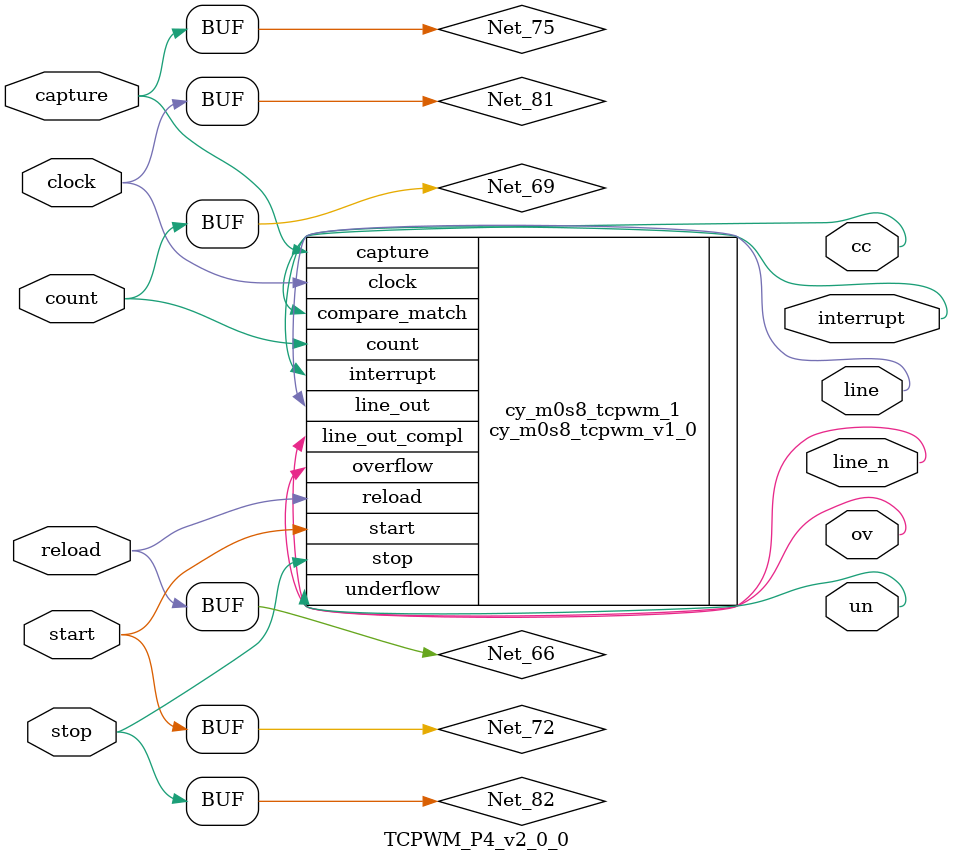
<source format=v>

`define CYDEV_CHIP_FAMILY_UNKNOWN 0
`define CYDEV_CHIP_MEMBER_UNKNOWN 0
`define CYDEV_CHIP_FAMILY_PSOC3 1
`define CYDEV_CHIP_MEMBER_3A 1
`define CYDEV_CHIP_REVISION_3A_PRODUCTION 3
`define CYDEV_CHIP_REVISION_3A_ES3 3
`define CYDEV_CHIP_REVISION_3A_ES2 1
`define CYDEV_CHIP_REVISION_3A_ES1 0
`define CYDEV_CHIP_FAMILY_PSOC4 2
`define CYDEV_CHIP_MEMBER_4D 2
`define CYDEV_CHIP_REVISION_4D_PRODUCTION 0
`define CYDEV_CHIP_MEMBER_4A 3
`define CYDEV_CHIP_REVISION_4A_PRODUCTION 17
`define CYDEV_CHIP_REVISION_4A_ES0 17
`define CYDEV_CHIP_MEMBER_4F 4
`define CYDEV_CHIP_REVISION_4F_PRODUCTION 0
`define CYDEV_CHIP_FAMILY_PSOC5 3
`define CYDEV_CHIP_MEMBER_5B 5
`define CYDEV_CHIP_REVISION_5B_PRODUCTION 0
`define CYDEV_CHIP_REVISION_5B_ES0 0
`define CYDEV_CHIP_MEMBER_5A 6
`define CYDEV_CHIP_REVISION_5A_PRODUCTION 1
`define CYDEV_CHIP_REVISION_5A_ES1 1
`define CYDEV_CHIP_REVISION_5A_ES0 0
`define CYDEV_CHIP_FAMILY_USED 2
`define CYDEV_CHIP_MEMBER_USED 4
`define CYDEV_CHIP_REVISION_USED 0
`ifdef CY_BLK_DIR
`undef CY_BLK_DIR
`endif

`ifdef WARP
`define CY_BLK_DIR "$CYPRESS_DIR\..\psoc\content\cyprimitives\CyPrimitives.cylib\cy_virtualmux_v1_0"
`include "$CYPRESS_DIR\..\psoc\content\cyprimitives\CyPrimitives.cylib\cy_virtualmux_v1_0\cy_virtualmux_v1_0.v"
`else
`define CY_BLK_DIR "C:\Program Files (x86)\Cypress\PSoC Creator\3.1\PSoC Creator\psoc\content\cyprimitives\CyPrimitives.cylib\cy_virtualmux_v1_0"
`include "C:\Program Files (x86)\Cypress\PSoC Creator\3.1\PSoC Creator\psoc\content\cyprimitives\CyPrimitives.cylib\cy_virtualmux_v1_0\cy_virtualmux_v1_0.v"
`endif

// TCPWM_P4_v2_0(Clock_CheckTolerance=true, Clock_desired_freq=12, Clock_desired_freq_unit=6, Clock_divisor=1, Clock_FractDividerDenominator=0, Clock_FractDividerNumerator=0, Clock_FractDividerUsed=false, Clock_is_direct=false, Clock_is_divider=false, Clock_is_freq=true, Clock_minus_tolerance=5, Clock_ph_align_clock_id=, Clock_ph_align_clock_name=, Clock_plus_tolerance=5, Clock_source_clock_id=, Clock_source_clock_name=, PinVisibility_index=false, PinVisibility_kill=false, PinVisibility_phiA=false, PinVisibility_phiB=false, PinVisibility_switch=false, PWMCompare=65535, PWMCompareBuf=65535, PWMCompareSwap=0, PWMCountMode=3, PWMCountPresent=false, PWMDeadTimeCycle=0, PWMInterruptMask=1, PWMKillEvent=0, PWMLinenSignal=0, PWMLineSignal=0, PWMMode=4, PWMPeriod=65535, PWMPeriodBuf=65535, PWMPeriodSwap=0, PWMPrescaler=0, PWMReloadMode=0, PWMReloadPresent=false, PWMRunMode=0, PWMSetAlign=0, PWMStartMode=0, PWMStartPresent=false, PWMStopEvent=0, PWMStopMode=0, PWMStopPresent=false, PWMSwitchMode=0, PWMSwitchPresent=false, QuadEncodingModes=0, QuadIndexMode=0, QuadIndexPresent=false, QuadInterruptMask=1, QuadPhiAMode=3, QuadPhiBMode=3, QuadStopMode=0, QuadStopPresent=false, TCCaptureMode=0, TCCapturePresent=false, TCCompare=65535, TCCompareBuf=65535, TCCompareSwap=0, TCCompCapMode=2, TCCountingModes=0, TCCountMode=3, TCCountPresent=false, TCInterruptMask=1, TCPeriod=65535, TCPrescaler=0, TCPWMCapturePresent=false, TCPWMConfig=1, TCPWMCountPresent=false, TCPWMReloadPresent=false, TCPWMStartPresent=false, TCPWMStopPresent=false, TCReloadMode=0, TCReloadPresent=false, TCRunMode=0, TCStartMode=0, TCStartPresent=false, TCStopMode=0, TCStopPresent=false, TermMode_capture=0, TermMode_cc=0, TermMode_clock=0, TermMode_count=0, TermMode_interrupt=0, TermMode_line=0, TermMode_line_n=0, TermMode_ov=0, TermMode_reload=0, TermMode_start=0, TermMode_stop=0, TermMode_un=0, TermModeStates=, TermVisibility_capture=false, TermVisibility_cc=true, TermVisibility_clock=true, TermVisibility_count=false, TermVisibility_interrupt=true, TermVisibility_line=false, TermVisibility_line_n=false, TermVisibility_ov=true, TermVisibility_reload=false, TermVisibility_start=false, TermVisibility_stop=false, TermVisibility_un=true, CY_COMPONENT_NAME=TCPWM_P4_v2_0, CY_CONTROL_FILE=<:default:>, CY_DATASHEET_FILE=<:default:>, CY_FITTER_NAME=Timer_1, CY_INSTANCE_SHORT_NAME=Timer_1, CY_MAJOR_VERSION=2, CY_MINOR_VERSION=0, CY_REMOVE=false, CY_SUPPRESS_API_GEN=false, CY_VERSION=PSoC Creator  3.1 Component Pack 1, INSTANCE_NAME=Timer_1, )
module TCPWM_P4_v2_0_0 (
    stop,
    count,
    reload,
    start,
    capture,
    interrupt,
    ov,
    un,
    cc,
    clock,
    line,
    line_n);
    input       stop;
    input       count;
    input       reload;
    input       start;
    input       capture;
    output      interrupt;
    output      ov;
    output      un;
    output      cc;
    input       clock;
    output      line;
    output      line_n;


          wire  Net_64;
          wire  Net_63;
          wire  Net_85;
          wire  Net_62;
          wire  Net_110;
          wire  Net_95;
          wire  Net_106;
          wire  Net_104;
          wire  Net_109;
          wire  Net_98;
          wire  Net_108;
          wire  Net_101;
          wire  Net_66;
          wire  Net_81;
          wire  Net_75;
          wire  Net_69;
          wire  Net_82;
          wire  Net_72;

    cy_m0s8_tcpwm_v1_0 cy_m0s8_tcpwm_1 (
        .capture(Net_75),
        .underflow(un),
        .overflow(ov),
        .line_out_compl(line_n),
        .line_out(line),
        .compare_match(cc),
        .interrupt(interrupt),
        .count(Net_69),
        .reload(Net_66),
        .stop(Net_82),
        .start(Net_72),
        .clock(Net_81));

	// VMux_reload (cy_virtualmux_v1_0)
	assign Net_66 = reload;

	// VMux_count (cy_virtualmux_v1_0)
	assign Net_69 = count;

	// VMux_start (cy_virtualmux_v1_0)
	assign Net_72 = start;

	// VMux_capture (cy_virtualmux_v1_0)
	assign Net_75 = capture;

	// VMux_stop (cy_virtualmux_v1_0)
	assign Net_82 = stop;

	// VMux_clock (cy_virtualmux_v1_0)
	assign Net_81 = clock;



endmodule

// top
module top ;

          wire  Net_15;
          wire  Net_12;
          wire  Net_11;
          wire  Net_10;
          wire  Net_9;
          wire  Net_8;
          wire  Net_7;
          wire  Net_6;
          wire  Net_5;
          wire  Net_4;
          wire  Net_3;
          wire  Net_2;
          wire  Net_1;

    TCPWM_P4_v2_0_0 Timer_1 (
        .stop(1'b0),
        .reload(1'b0),
        .start(1'b0),
        .count(1'b1),
        .capture(1'b0),
        .interrupt(Net_6),
        .ov(Net_7),
        .un(Net_8),
        .cc(Net_9),
        .line(Net_10),
        .line_n(Net_11),
        .clock(Net_12));


	cy_isr_v1_0
		#(.int_type(2'b10))
		timer_isr
		 (.int_signal(Net_6));



	cy_clock_v1_0
		#(.id("3da54bce-15ff-4c26-94f0-fc6af93490a2"),
		  .source_clock_id(""),
		  .divisor(0),
		  .period("1000000000"),
		  .is_direct(0),
		  .is_digital(0))
		Clock_1
		 (.clock_out(Net_12));




endmodule


</source>
